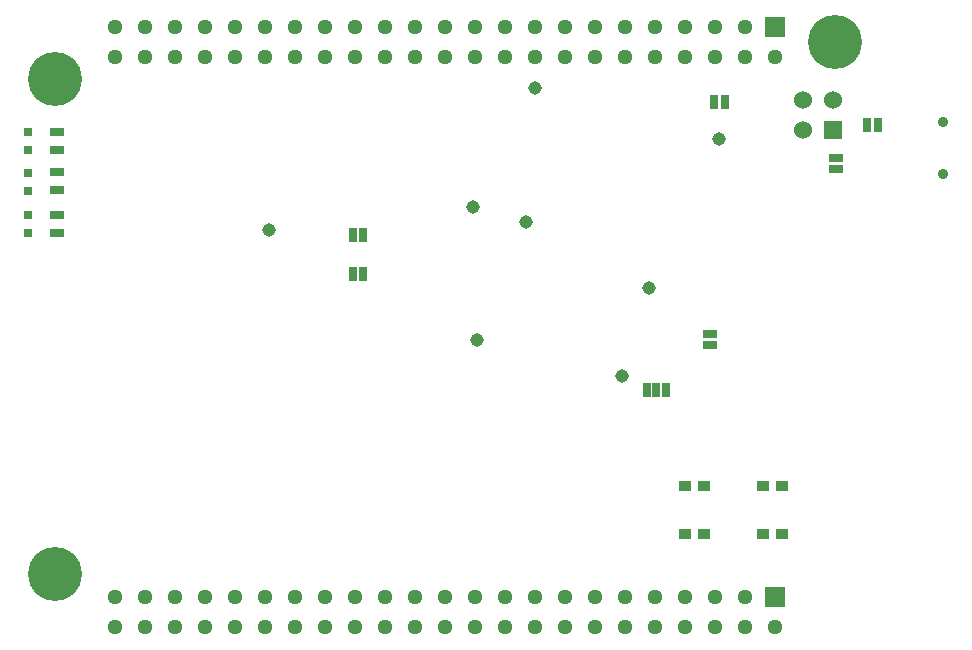
<source format=gts>
G04 (created by PCBNEW (2013-05-31 BZR 4019)-stable) date 3/19/2014 12:22:35 PM*
%MOIN*%
G04 Gerber Fmt 3.4, Leading zero omitted, Abs format*
%FSLAX34Y34*%
G01*
G70*
G90*
G04 APERTURE LIST*
%ADD10C,0.00590551*%
%ADD11C,0.18*%
%ADD12R,0.065X0.065*%
%ADD13C,0.0512*%
%ADD14R,0.025X0.05*%
%ADD15R,0.05X0.025*%
%ADD16R,0.045X0.025*%
%ADD17C,0.045*%
%ADD18R,0.06X0.06*%
%ADD19C,0.06*%
%ADD20R,0.0393701X0.0354331*%
%ADD21C,0.0354*%
%ADD22R,0.0314X0.0314*%
G04 APERTURE END LIST*
G54D10*
G54D11*
X74350Y-45650D03*
X100350Y-44400D03*
X74350Y-62150D03*
G54D12*
X98350Y-43900D03*
G54D13*
X98350Y-44900D03*
X97350Y-43900D03*
X97350Y-44900D03*
X96350Y-43900D03*
X96350Y-44900D03*
X95350Y-43900D03*
X95350Y-44900D03*
X94350Y-43900D03*
X94350Y-44900D03*
X93350Y-43900D03*
X93350Y-44900D03*
X92350Y-43900D03*
X92350Y-44900D03*
X91350Y-43900D03*
X91350Y-44900D03*
X90350Y-43900D03*
X90350Y-44900D03*
X89350Y-43900D03*
X89350Y-44900D03*
X88350Y-43900D03*
X88350Y-44900D03*
X87350Y-43900D03*
X87350Y-44900D03*
X86350Y-43900D03*
X86350Y-44900D03*
X85350Y-43900D03*
X85350Y-44900D03*
X84350Y-43900D03*
X84350Y-44900D03*
X83350Y-43900D03*
X83350Y-44900D03*
X82350Y-43900D03*
X82350Y-44900D03*
X81350Y-43900D03*
X81350Y-44900D03*
X80350Y-43900D03*
X80350Y-44900D03*
X79350Y-43900D03*
X79350Y-44900D03*
X78350Y-43900D03*
X78350Y-44900D03*
X77350Y-43900D03*
X77350Y-44900D03*
X76350Y-43900D03*
X76350Y-44900D03*
G54D12*
X98350Y-62900D03*
G54D13*
X98350Y-63900D03*
X97350Y-62900D03*
X97350Y-63900D03*
X96350Y-62900D03*
X96350Y-63900D03*
X95350Y-62900D03*
X95350Y-63900D03*
X94350Y-62900D03*
X94350Y-63900D03*
X93350Y-62900D03*
X93350Y-63900D03*
X92350Y-62900D03*
X92350Y-63900D03*
X91350Y-62900D03*
X91350Y-63900D03*
X90350Y-62900D03*
X90350Y-63900D03*
X89350Y-62900D03*
X89350Y-63900D03*
X88350Y-62900D03*
X88350Y-63900D03*
X87350Y-62900D03*
X87350Y-63900D03*
X86350Y-62900D03*
X86350Y-63900D03*
X85350Y-62900D03*
X85350Y-63900D03*
X84350Y-62900D03*
X84350Y-63900D03*
X83350Y-62900D03*
X83350Y-63900D03*
X82350Y-62900D03*
X82350Y-63900D03*
X81350Y-62900D03*
X81350Y-63900D03*
X80350Y-62900D03*
X80350Y-63900D03*
X79350Y-62900D03*
X79350Y-63900D03*
X78350Y-62900D03*
X78350Y-63900D03*
X77350Y-62900D03*
X77350Y-63900D03*
X76350Y-62900D03*
X76350Y-63900D03*
G54D14*
X84627Y-52150D03*
X84273Y-52150D03*
X101777Y-47160D03*
X101423Y-47160D03*
G54D15*
X100390Y-48627D03*
X100390Y-48273D03*
G54D14*
X96677Y-46400D03*
X96323Y-46400D03*
G54D16*
X74425Y-49350D03*
X74425Y-48750D03*
X74425Y-50175D03*
X74425Y-50775D03*
G54D17*
X81500Y-50675D03*
X96500Y-47650D03*
X90350Y-45950D03*
X90050Y-50400D03*
X88300Y-49900D03*
X88425Y-54350D03*
X94150Y-52600D03*
X93250Y-55550D03*
G54D18*
X100300Y-47350D03*
G54D19*
X99300Y-47350D03*
X100300Y-46350D03*
X99300Y-46350D03*
G54D20*
X98586Y-59192D03*
X97956Y-59192D03*
X98586Y-60807D03*
X97956Y-60807D03*
X95986Y-59192D03*
X95356Y-59192D03*
X95986Y-60807D03*
X95356Y-60807D03*
G54D14*
X84627Y-50850D03*
X84273Y-50850D03*
X94080Y-56000D03*
X94400Y-56000D03*
X94720Y-56000D03*
G54D21*
X103965Y-47084D03*
X103965Y-48816D03*
G54D22*
X73450Y-50770D03*
X73450Y-50180D03*
X73450Y-48780D03*
X73450Y-49370D03*
G54D15*
X96200Y-54502D03*
X96200Y-54148D03*
G54D16*
X74420Y-47990D03*
X74420Y-47390D03*
G54D22*
X73450Y-47995D03*
X73450Y-47405D03*
M02*

</source>
